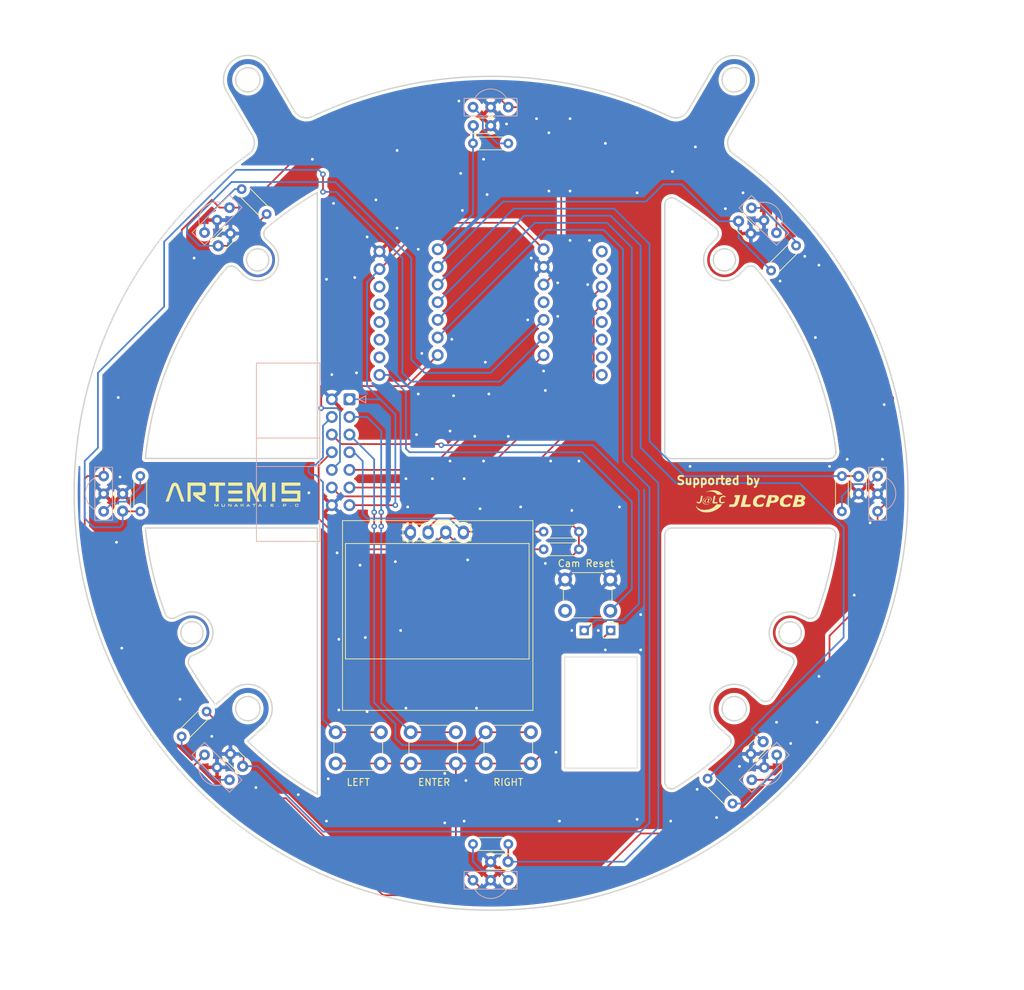
<source format=kicad_pcb>
(kicad_pcb (version 20211014) (generator pcbnew)
  (layers (0 "F.Cu" signal) (31 "B.Cu" signal) (34 "B.Paste" user) (35 "F.Paste" user) (36 "B.SilkS" user "B.Silkscreen") (37 "F.SilkS" user "F.Silkscreen") (38 "B.Mask" user) (39 "F.Mask" user) (44 "Edge.Cuts" user))
  (net 0 "")
  (net 1 "SDA")
  (net 2 "SCL")
  (net 3 "GND")
  (net 4 "+3.3V")
  (net 5 "IR1")
  (net 6 "IR2")
  (net 7 "IR3")
  (net 8 "IR4")
  (net 9 "IR5")
  (net 10 "IR6")
  (net 11 "IR7")
  (net 12 "IR8")
  (net 13 "+5V")
  (net 14 "Push_Enter")
  (net 15 "Push_Left")
  (net 16 "Push_Right")
  (net 17 "Toggle_Switch")
  (net 18 "Seeed_Rx")
  (net 19 "Seeed_Tx")
  (net 20 "OpenMV_Rx")
  (net 21 "OpenMV_Tx")
  (net 22 "Net-(R1-Pad1)")
  (net 23 "Net-(R2-Pad1)")
  (net 24 "Net-(R3-Pad1)")
  (net 25 "Net-(R4-Pad1)")
  (net 26 "Net-(R5-Pad1)")
  (net 27 "Net-(R6-Pad1)")
  (net 28 "Net-(R7-Pad1)")
  (net 29 "Net-(R8-Pad1)")
  (net 30 "Net-(SW5-Pad1)")
  (footprint "Button_Switch_THT:SW_PUSH_6mm_H5mm" (layer "F.Cu") (at 140.895 136.815)
    (fp_text reference "SW1" hide)
    (fp_text value "SW_Push" hide)
  )
  (footprint "Connector_PinSocket_2.00mm:PinSocket_1x01_P2.00mm_Vertical" (layer "F.Cu") (at 165.862 122.174)
    (fp_text reference "REF**" hide)
    (fp_text value "PinSocket_1x01_P2.00mm_Vertical" hide)
  )
  (footprint "Resistor_THT:R_Axial_DIN0204_L3.6mm_D1.6mm_P5.08mm_Horizontal" (layer "F.Cu") (at 202.952545 105.03 90)
    (fp_text reference "R3" hide)
    (fp_text value "100k" hide)
  )
  (footprint "Capacitor_THT:C_Disc_D3.0mm_W2.0mm_P2.50mm" (layer "F.Cu") (at 189.848375 65.041625 135)
    (fp_text reference "C2" hide)
    (fp_text value "C_Small" hide)
  )
  (footprint "Resistor_THT:R_Axial_DIN0204_L3.6mm_D1.6mm_P5.08mm_Horizontal" (layer "F.Cu") (at 187.216051 147.084051 135)
    (fp_text reference "R4" hide)
    (fp_text value "100k" hide)
  )
  (footprint "Button_Switch_THT:SW_PUSH_6mm_H5mm" (layer "F.Cu") (at 169.62 119.344 180)
    (fp_text reference "SW5" hide)
    (fp_text value "SW_Push" hide)
  )
  (footprint "Capacitor_THT:C_Disc_D3.0mm_W2.0mm_P2.50mm" (layer "F.Cu") (at 114.951625 139.938375 -45)
    (fp_text reference "C6" hide)
    (fp_text value "C_Small" hide)
  )
  (footprint "Resistor_THT:R_Axial_DIN0204_L3.6mm_D1.6mm_P5.08mm_Horizontal" (layer "F.Cu") (at 101.98 99.95 -90)
    (fp_text reference "R7" hide)
    (fp_text value "100k" hide)
  )
  (footprint "Button_Switch_THT:SW_PUSH_6mm_H5mm" (layer "F.Cu") (at 130.1 136.815)
    (fp_text reference "SW2" hide)
    (fp_text value "SW_Push" hide)
  )
  (footprint "_Others:JLCPCB" (layer "F.Cu") (at 189.738 103.632)
    (fp_text reference "G***" hide)
    (fp_text value "LOGO" hide)
  )
  (footprint "Artemis_Logo:Artemis_Logo" (layer "F.Cu") (at 113.960319 102.137975)
    (fp_text reference "G***" hide)
    (fp_text value "LOGO" hide)
  )
  (footprint "Capacitor_THT:C_Disc_D3.0mm_W2.0mm_P2.50mm" (layer "F.Cu") (at 114.951625 65.041625 -135)
    (fp_text reference "C8" hide)
    (fp_text value "C_Small" hide)
  )
  (footprint "Capacitor_THT:C_Disc_D3.0mm_W2.0mm_P2.50mm" (layer "F.Cu") (at 99.44 102.49 -90)
    (fp_text reference "C7" hide)
    (fp_text value "C_Small" hide)
  )
  (footprint "Capacitor_THT:C_Disc_D3.0mm_W2.0mm_P2.50mm" (layer "F.Cu") (at 189.848375 139.938375 45)
    (fp_text reference "C4" hide)
    (fp_text value "C_Small" hide)
  )
  (footprint "Capacitor_THT:C_Disc_D3.0mm_W2.0mm_P2.50mm" (layer "F.Cu") (at 152.4 49.53 180)
    (fp_text reference "C1" hide)
    (fp_text value "C_Small" hide)
  )
  (footprint "Connector_PinSocket_2.00mm:PinSocket_1x01_P2.00mm_Vertical" (layer "F.Cu") (at 169.672 122.174)
    (fp_text reference "REF**" hide)
    (fp_text value "PinSocket_1x01_P2.00mm_Vertical" hide)
  )
  (footprint "Seeeduino_Xiao:seeeduinoXIAO" (layer "F.Cu") (at 152.4 74.93 180)
    (fp_text reference "U9" hide)
    (fp_text value "SeeeduinoXIAO" hide)
  )
  (footprint "Resistor_THT:R_Axial_DIN0204_L3.6mm_D1.6mm_P5.08mm_Horizontal" (layer "F.Cu") (at 116.567949 58.655949 -45)
    (fp_text reference "R8" hide)
    (fp_text value "100k" hide)
  )
  (footprint "Resistor_THT:R_Axial_DIN0204_L3.6mm_D1.6mm_P5.08mm_Horizontal" (layer "F.Cu") (at 160.02 107.95)
    (fp_text reference "R10" hide)
    (fp_text value "10k" hide)
  )
  (footprint "Resistor_THT:R_Axial_DIN0204_L3.6mm_D1.6mm_P5.08mm_Horizontal" (layer "F.Cu") (at 107.931949 137.432051 45)
    (fp_text reference "R6" hide)
    (fp_text value "100k" hide)
  )
  (footprint "Resistor_THT:R_Axial_DIN0204_L3.6mm_D1.6mm_P5.08mm_Horizontal" (layer "F.Cu") (at 149.86 152.91)
    (fp_text reference "R5" hide)
    (fp_text value "100k" hide)
  )
  (footprint "Capacitor_THT:C_Disc_D3.0mm_W2.0mm_P2.50mm" (layer "F.Cu") (at 152.4 155.45)
    (fp_text reference "C5" hide)
    (fp_text value "C_Small" hide)
  )
  (footprint "Button_Switch_THT:SW_PUSH_6mm_H5mm" (layer "F.Cu") (at 151.69 136.815)
    (fp_text reference "SW3" hide)
    (fp_text value "SW_Push" hide)
  )
  (footprint "Resistor_THT:R_Axial_DIN0204_L3.6mm_D1.6mm_P5.08mm_Horizontal" (layer "F.Cu") (at 196.360051 66.783949 -135)
    (fp_text reference "R2" hide)
    (fp_text value "100k" hide)
  )
  (footprint "Resistor_THT:R_Axial_DIN0204_L3.6mm_D1.6mm_P5.08mm_Horizontal" (layer "F.Cu") (at 154.94 52.07 180)
    (fp_text reference "R1" hide)
    (fp_text value "100k" hide)
  )
  (footprint "SSD1306:128x64OLED" (layer "F.Cu") (at 144.48 118.665)
    (fp_text reference "Brd1" hide)
    (fp_text value "SSD1306" hide)
  )
  (footprint "Capacitor_THT:C_Disc_D3.0mm_W2.0mm_P2.50mm" (layer "F.Cu") (at 205.36 102.49 90)
    (fp_text reference "C3" hide)
    (fp_text value "C_Small" hide)
  )
  (footprint "Resistor_THT:R_Axial_DIN0204_L3.6mm_D1.6mm_P5.08mm_Horizontal" (layer "F.Cu") (at 160.02 110.49)
    (fp_text reference "R9" hide)
    (fp_text value "10k" hide)
  )
  (footprint "TSSP58038:TSSP58038" (layer "B.Cu") (at 152.4 51.937455)
    (fp_text reference "U1" hide)
    (fp_text value "TSSP58038" hide)
  )
  (footprint "TSSP58038:TSSP58038" (layer "B.Cu") (at 116.613326 66.703326 45)
    (fp_text reference "U8" hide)
    (fp_text value "TSSP58038" hide)
  )
  (footprint "OpenMV:OpenMV" (layer "B.Cu") (at 152.4 110.42)
    (fp_text reference "U10" hide)
    (fp_text value "open_mv" hide)
  )
  (footprint "TSSP58038:TSSP58038" (layer "B.Cu") (at 203.01 102.49 -90)
    (fp_text reference "U3" hide)
    (fp_text value "TSSP58038" hide)
  )
  (footprint "Connector_IDC:IDC-Header_2x07_P2.54mm_Horizontal" (layer "B.Cu") (at 132.08 88.9 180)
    (fp_text reference "J1" hide)
    (fp_text value "Conn_01x14_Female" hide)
  )
  (footprint "TSSP58038:TSSP58038" (layer "B.Cu") (at 188.186674 138.276674 -135)
    (fp_text reference "U4" hide)
    (fp_text value "TSSP58038" hide)
  )
  (footprint "TSSP58038:TSSP58038" (layer "B.Cu") (at 101.79 102.49 90)
    (fp_text reference "U7" hide)
    (fp_text value "TSSP58038" hide)
  )
  (footprint "TSSP58038:TSSP58038" (layer "B.Cu") (at 116.613326 138.276674 135)
    (fp_text reference "U6" hide)
    (fp_text value "TSSP58038" hide)
  )
  (footprint "TSSP58038:TSSP58038" (layer "B.Cu") (at 188.146047 66.743953 -45)
    (fp_text reference "U2" hide)
    (fp_text value "TSSP58038" hide)
  )
  (footprint "TSSP58038:TSSP58038" (layer "B.Cu") (at 152.4 153.042545 180)
    (fp_text reference "U5" hide)
    (fp_text value "TSSP58038" hide)
  )
  (gr_arc (start 187.348559 53.608064) (mid 152.459572 162.421572) (end 117.570585 53.608064) (layer "Edge.Cuts") (width 0.2))
  (gr_arc (start 126.746014 48.210753) (mid 152.459572 42.421572) (end 178.17313 48.210753) (layer "Edge.Cuts") (width 0.2))
  (gr_arc (start 195.898748 127.181176) (mid 194.406189 129.63336) (end 192.775357 131.995842) (layer "Edge.Cuts") (width 0.2))
  (gr_line (start 177.459572 143.954691) (end 177.459572 108.421572) (layer "Edge.Cuts") (width 0.2))
  (gr_arc (start 177.459572 108.421572) (mid 177.752466 107.714466) (end 178.459572 107.421572) (layer "Edge.Cuts") (width 0.2))
  (gr_arc (start 202.083312 108.544021) (mid 201.042083 114.242725) (end 199.348693 119.782745) (layer "Edge.Cuts") (width 0.2))
  (gr_arc (start 115.138949 130.801513) (mid 120.079631 131.100949) (end 119.780195 136.041631) (layer "Edge.Cuts") (width 0.2))
  (gr_arc (start 192.775357 131.995842) (mid 192.075355 132.39869) (end 191.306006 132.152945) (layer "Edge.Cuts") (width 0.2))
  (gr_arc (start 178.990185 144.802306) (mid 177.975121 144.829509) (end 177.459572 143.954691) (layer "Edge.Cuts") (width 0.2))
  (gr_arc (start 178.459572 97.446386) (mid 177.752466 97.153492) (end 177.459572 96.446386) (layer "Edge.Cuts") (width 0.2))
  (gr_line (start 186.787657 50.966907) (end 190.476342 44.696142) (layer "Edge.Cuts") (width 0.2))
  (gr_line (start 127.459572 97.421572) (end 127.459572 59.120302) (layer "Edge.Cuts") (width 0.2))
  (gr_rect (start 163.068 125.984) (end 173.482 141.986) (layer "Edge.Cuts") (width 0.1) (fill none))
  (gr_line (start 120.048299 65.767658) (end 120.99332 66.71268) (layer "Edge.Cuts") (width 0.2))
  (gr_line (start 177.459572 60.888453) (end 177.459572 96.446386) (layer "Edge.Cuts") (width 0.2))
  (gr_arc (start 184.442803 41.147001) (mid 189.234144 39.904801) (end 190.476342 44.696142) (layer "Edge.Cuts") (width 0.2))
  (gr_arc (start 114.336082 70.070382) (mid 115.057707 69.718214) (end 115.805658 70.010299) (layer "Edge.Cuts") (width 0.2))
  (gr_line (start 197.988292 120.341829) (end 196.777047 119.777016) (layer "Edge.Cuts") (width 0.2))
  (gr_arc (start 120.99332 66.71268) (mid 120.99332 70.95532) (end 116.75068 70.95532) (layer "Edge.Cuts") (width 0.2))
  (gr_circle (center 109.409952 122.495939) (end 107.809952 122.495939) (layer "Edge.Cuts") (width 0.2) (fill none))
  (gr_circle (center 117.459571 42.921571) (end 115.709571 42.921571) (layer "Edge.Cuts") (width 0.2) (fill none))
  (gr_arc (start 184.810762 64.298082) (mid 185.162903 65.019701) (end 184.870845 65.767658) (layer "Edge.Cuts") (width 0.2))
  (gr_arc (start 195.452583 125.779676) (mid 195.982844 126.382636) (end 195.898748 127.181176) (layer "Edge.Cuts") (width 0.2))
  (gr_line (start 185.138949 136.041631) (end 186.664759 137.393063) (layer "Edge.Cuts") (width 0.2))
  (gr_arc (start 194.241337 125.214863) (mid 192.79027 121.228085) (end 196.777047 119.777016) (layer "Edge.Cuts") (width 0.2))
  (gr_circle (center 187.459573 42.921571) (end 185.709573 42.921571) (layer "Edge.Cuts") (width 0.2) (fill none))
  (gr_arc (start 127.459572 145.722842) (mid 122.210768 142.233754) (end 117.442601 138.112071) (layer "Edge.Cuts") (width 0.2))
  (gr_arc (start 180.754117 47.417766) (mid 179.617633 48.315525) (end 178.17313 48.210753) (layer "Edge.Cuts") (width 0.2))
  (gr_line (start 114.442802 44.696142) (end 118.131487 50.966907) (layer "Edge.Cuts") (width 0.2))
  (gr_arc (start 114.442802 44.696142) (mid 115.685001 39.904802) (end 120.476341 41.147001) (layer "Edge.Cuts") (width 0.2))
  (gr_line (start 116.75068 70.95532) (end 115.805658 70.010299) (layer "Edge.Cuts") (width 0.2))
  (gr_line (start 178.459572 107.421572) (end 201.090838 107.421572) (layer "Edge.Cuts") (width 0.2))
  (gr_circle (center 118.872 68.834) (end 117.272 68.834) (layer "Edge.Cuts") (width 0.2) (fill none))
  (gr_arc (start 189.113486 70.010299) (mid 189.861443 69.718241) (end 190.583062 70.070382) (layer "Edge.Cuts") (width 0.2))
  (gr_arc (start 199.348693 119.782745) (mid 198.791032 120.360458) (end 197.988292 120.341829) (layer "Edge.Cuts") (width 0.2))
  (gr_line (start 109.466561 125.779676) (end 110.677807 125.214863) (layer "Edge.Cuts") (width 0.2))
  (gr_arc (start 186.664759 137.393063) (mid 187.001618 138.127102) (end 186.686258 138.870632) (layer "Edge.Cuts") (width 0.2))
  (gr_arc (start 118.131487 50.966907) (mid 118.363998 52.396432) (end 117.570585 53.608064) (layer "Edge.Cuts") (width 0.2))
  (gr_line (start 124.165027 47.417766) (end 120.476341 41.147001) (layer "Edge.Cuts") (width 0.2))
  (gr_circle (center 187.459573 133.421572) (end 185.709573 133.421572) (layer "Edge.Cuts") (width 0.2) (fill none))
  (gr_line (start 191.306006 132.152945) (end 189.780196 130.801513) (layer "Edge.Cuts") (width 0.2))
  (gr_arc (start 112.801354 132.871954) (mid 110.813558 130.091222) (end 109.020396 127.181176) (layer "Edge.Cuts") (width 0.2))
  (gr_arc (start 178.990185 60.040838) (mid 181.977323 62.064389) (end 184.810762 64.298082) (layer "Edge.Cuts") (width 0.2))
  (gr_arc (start 120.048299 65.767658) (mid 119.756246 65.019708) (end 120.108382 64.298082) (layer "Edge.Cuts") (width 0.2))
  (gr_line (start 127.459572 107.421572) (end 127.459572 145.722842) (layer "Edge.Cuts") (width 0.2))
  (gr_arc (start 188.168464 70.95532) (mid 183.925824 70.95532) (end 183.925824 66.71268) (layer "Edge.Cuts") (width 0.2))
  (gr_circle (center 117.459572 133.421572) (end 115.709572 133.421572) (layer "Edge.Cuts") (width 0.2) (fill none))
  (gr_line (start 115.138949 130.801513) (end 112.801354 132.871954) (layer "Edge.Cuts") (width 0.2))
  (gr_circle (center 195.509192 122.495939) (end 193.909192 122.495939) (layer "Edge.Cuts") (width 0.2) (fill none))
  (gr_arc (start 102.7102 97.421572) (mid 106.444011 82.862223) (end 114.336082 70.070382) (layer "Edge.Cuts") (width 0.2))
  (gr_line (start 189.113486 70.010299) (end 188.168464 70.95532) (layer "Edge.Cuts") (width 0.2))
  (gr_line (start 194.241337 125.214863) (end 195.452583 125.779676) (layer "Edge.Cuts") (width 0.2))
  (gr_arc (start 105.570451 119.782745) (mid 103.746645 113.693252) (end 102.7102 107.421572) (layer "Edge.Cuts") (width 0.2))
  (gr_line (start 102.7102 97.421572) (end 127.459572 97.421572) (layer "Edge.Cuts") (width 0.2))
  (gr_arc (start 120.108382 64.298082) (mid 123.667349 61.543609) (end 127.459572 59.120302) (layer "Edge.Cuts") (width 0.2))
  (gr_arc (start 185.138949 136.041631) (mid 184.839514 131.100948) (end 189.780196 130.801513) (layer "Edge.Cuts") (width 0.2))
  (gr_line (start 184.442803 41.147001) (end 180.754117 47.417766) (layer "Edge.Cuts") (width 0.2))
  (gr_line (start 102.7102 107.421572) (end 127.459572 107.421572) (layer "Edge.Cuts") (width 0.2))
  (gr_arc (start 202.08643 96.324443) (mid 201.842873 97.108978) (end 201.093893 97.446386) (layer "Edge.Cuts") (width 0.2))
  (gr_arc (start 186.686258 138.870632) (mid 182.982654 142.023863) (end 178.990185 144.802306) (layer "Edge.Cuts") (width 0.2))
  (gr_line (start 117.442601 138.112071) (end 119.780195 136.041631) (layer "Edge.Cuts") (width 0.2))
  (gr_arc (start 187.348559 53.608064) (mid 186.555156 52.396421) (end 186.787657 50.966907) (layer "Edge.Cuts") (width 0.2))
  (gr_arc (start 190.583062 70.070382) (mid 198.256404 82.355427) (end 202.08643 96.324443) (layer "Edge.Cuts") (width 0.2))
  (gr_arc (start 106.930852 120.341829) (mid 106.128129 120.360431) (end 105.570451 119.782745) (layer "Edge.Cuts") (width 0.2))
  (gr_arc (start 126.746014 48.210753) (mid 125.301509 48.315527) (end 124.165027 47.417766) (layer "Edge.Cuts") (width 0.2))
  (gr_arc (start 177.459572 60.888453) (mid 177.97512 60.013634) (end 178.990185 60.040838) (layer "Edge.Cuts") (width 0.2))
  (gr_arc (start 109.020396 127.181176) (mid 108.936291 126.38263) (end 109.466561 125.779676) (layer "Edge.Cuts") (width 0.2))
  (gr_arc (start 108.142097 119.777016) (mid 112.128878 121.228086) (end 110.677807 125.214863) (layer "Edge.Cuts") (width 0.2))
  (gr_arc (start 201.090838 107.421572) (mid 201.839987 107.759171) (end 202.083312 108.544021) (layer "Edge.Cuts") (width 0.2))
  (gr_line (start 108.142097 119.777016) (end 106.930852 120.341829) (layer "Edge.Cuts") (width 0.2))
  (gr_circle (center 186.047144 68.834) (end 184.447144 68.834) (layer "Edge.Cuts") (width 0.2) (fill none))
  (gr_line (start 178.459572 97.446386) (end 201.093893 97.446386) (layer "Edge.Cuts") (width 0.2))
  (gr_line (start 183.925824 66.71268) (end 184.870845 65.767658) (layer "Edge.Cuts") (width 0.2))
  (gr_text "Cam Reset" (at 166.116 112.522) (layer "F.SilkS") (effects (font (size 1 1))))
  (gr_text "RIGHT" (at 154.94 144.018) (layer "F.SilkS") (effects (font (size 1 1))))
  (gr_text "LEFT" (at 133.35 144.018) (layer "F.SilkS") (effects (font (size 1 1))))
  (gr_text "ENTER" (at 144.272 144.018) (layer "F.SilkS") (effects (font (size 1 1))))
  (gr_text "Supported by" (at 185.166 100.584) (layer "F.SilkS") (effects (font (size 1.2 1.2) (thickness 0.26))))
  (segment (start 148.595 107.95) (end 148.48 108.065) (width 0.25) (layer "F.Cu") (net 1))
  (segment (start 160.02 107.95) (end 148.595 107.95) (width 0.25) (layer "F.Cu") (net 1))
  (segment (start 132.715 96.52) (end 132.08 96.52) (width 0.25) (layer "B.Cu") (net 1))
  (segment (start 133.985 97.79) (end 132.715 96.52) (width 0.25) (layer "B.Cu") (net 1))
  (segment (start 146.46 106.045) (end 134.62 106.045) (width 0.25) (layer "B.Cu") (net 1))
  (segment (start 148.48 108.065) (end 146.46 106.045) (width 0.25) (layer "B.Cu") (net 1))
  (segment (start 134.62 106.045) (end 133.985 105.41) (width 0.25) (layer "B.Cu") (net 1))
  (segment (start 133.985 105.41) (end 133.985 97.79) (width 0.25) (layer "B.Cu") (net 1))
  (segment (start 127.635 98.425) (end 129.54 96.52) (width 0.25) (layer "F.Cu") (net 2))
  (segment (start 127.635 106.045) (end 127.635 98.425) (width 0.25) (layer "F.Cu") (net 2))
  (segment (start 160.02 110.49) (end 148.365 110.49) (width 0.25) (layer "F.Cu") (net 2))
  (segment (start 145.94 108.065) (end 143.515 110.49) (width 0.25) (layer "F.Cu") (net 2))
  (segment (start 148.365 110.49) (end 145.94 108.065) (width 0.25) (layer "F.Cu") (net 2))
  (segment (start 132.08 110.49) (end 127.635 106.045) (width 0.25) (layer "F.Cu") (net 2))
  (segment (start 143.515 110.49) (end 132.08 110.49) (width 0.25) (layer "F.Cu") (net 2))
  (via (at 167.894 122.174) (size 0.8) (drill 0.4) (layers "F.Cu" "B.Cu") (net 3))
  (via (at 157.734 77.47) (size 0.8) (drill 0.4) (layers "F.Cu" "B.Cu") (net 3))
  (via (at 158.242 68.58) (size 0.8) (drill 0.4) (layers "F.Cu" "B.Cu") (net 3))
  (via (at 138.938 53.086) (size 0.8) (drill 0.4) (layers "F.Cu" "B.Cu") (net 3))
  (via (at 130.556 123.444) (size 0.8) (drill 0.4) (layers "F.Cu" "B.Cu") (net 3))
  (via (at 140.208 133.35) (size 0.8) (drill 0.4) (layers "F.Cu" "B.Cu") (net 3))
  (via (at 173.482 59.182) (size 0.8) (drill 0.4) (layers "F.Cu" "B.Cu") (net 3))
  (via (at 163.83 66.04) (size 0.8) (drill 0.4) (layers "F.Cu" "B.Cu") (net 3))
  (via (at 168.91 52.07) (size 0.8) (drill 0.4) (layers "F.Cu" "B.Cu") (net 3))
  (via (at 98.806 88.646) (size 0.8) (drill 0.4) (layers "F.Cu" "B.Cu") (net 3))
  (via (at 178.562 56.134) (size 0.8) (drill 0.4) (layers "F.Cu" "B.Cu") (net 3))
  (via (at 186.182 61.468) (size 0.8) (drill 0.4) (layers "F.Cu" "B.Cu") (net 3))
  (via (at 146.558 93.472) (size 0.8) (drill 0.4) (layers "F.Cu" "B.Cu") (net 3))
  (via (at 160.782 50.546) (size 0.8) (drill 0.4) (layers "F.Cu" "B.Cu") (net 3))
  (via (at 199.644 128.778) (size 0.8) (drill 0.4) (layers "F.Cu" "B.Cu") (net 3))
  (via (at 201.168 98.552) (size 0.8) (drill 0.4) (layers "F.Cu" "B.Cu") (net 3))
  (via (at 170.942 104.394) (size 0.8) (drill 0.4) (layers "F.Cu" "B.Cu") (net 3))
  (via (at 160.02 84.836) (size 0.8) (drill 0.4) (layers "F.Cu" "B.Cu") (net 3))
  (via (at 146.812 80.264) (size 0.8) (drill 0.4) (layers "F.Cu" "B.Cu") (net 3))
  (via (at 152.146 88.138) (size 0.8) (drill 0.4) (layers "F.Cu" "B.Cu") (net 3))
  (via (at 173.99 119.888) (size 0.8) (drill 0.4) (layers "F.Cu" "B.Cu") (net 3))
  (via (at 188.214 141.732) (size 0.8) (drill 0.4) (layers "F.Cu" "B.Cu") (net 3))
  (via (at 129.032 143.51) (size 0.8) (drill 0.4) (layers "F.Cu" "B.Cu") (net 3))
  (via (at 161.036 97.79) (size 0.8) (drill 0.4) (layers "F.Cu" "B.Cu") (net 3))
  (via (at 150.876 104.648) (size 0.8) (drill 0.4) (layers "F.Cu" "B.Cu") (net 3))
  (via (at 173.482 149.352) (size 0.8) (drill 0.4) (layers "F.Cu" "B.Cu") (net 3))
  (via (at 203.708 97.536) (size 0.8) (drill 0.4) (layers "F.Cu" "B.Cu") (net 3))
  (via (at 208.788 97.536) (size 0.8) (drill 0.4) (layers "F.Cu" "B.Cu") (net 3))
  (via (at 164.084 122.174) (size 0.8) (drill 0.4) (layers "F.Cu" "B.Cu") (net 3))
  (via (at 133.604 112.776) (size 0.8) (drill 0.4) (layers "F.Cu" "B.Cu") (net 3))
  (via (at 204.724 117.094) (size 0.8) (drill 0.4) (layers "F.Cu" "B.Cu") (net 3))
  (via (at 160.274 112.522) (size 0.8) (drill 0.4) (layers "F.Cu" "B.Cu") (net 3))
  (via (at 166.624 66.04) (size 0.8) (drill 0.4) (layers "F.Cu" "B.Cu") (net 3))
  (via (at 130.302 110.998) (size 0.8) (drill 0.4) (layers "F.Cu" "B.Cu") (net 3))
  (via (at 147.828 45.974) (size 0.8) (drill 0.4) (layers "F.Cu" "B.Cu") (net 3))
  (via (at 160.782 58.928) (size 0.8) (drill 0.4) (layers "F.Cu" "B.Cu") (net 3))
  (via (at 154.686 49.276) (size 0.8) (drill 0.4) (layers "F.Cu" "B.Cu") (net 3))
  (via (at 138.938 64.262) (size 0.8) (drill 0.4) (layers "F.Cu" "B.Cu") (net 3))
  (via (at 147.066 88.392) (size 0.8) (drill 0.4) (layers "F.Cu" "B.Cu") (net 3))
  (via (at 138.684 112.268) (size 0.8) (drill 0.4) (layers "F.Cu" "B.Cu") (net 3))
  (via (at 163.83 58.928) (size 0.8) (drill 0.4) (layers "F.Cu" "B.Cu") (net 3))
  (via (at 99.314 124.714) (size 0.8) (drill 0.4) (layers "F.Cu" "B.Cu") (net 3))
  (via (at 207.01 106.68) (size 0.8) (drill 0.4) (layers "F.Cu" "B.Cu") (net 3))
  (via (at 161.798 139.7) (size 0.8) (drill 0.4) (layers "F.Cu" "B.Cu") (net 3))
  (via (at 159.004 48.514) (size 0.8) (drill 0.4) (layers "F.Cu" "B.Cu") (net 3))
  (via (at 182.118 145.034) (size 0.8) (drill 0.4) (layers "F.Cu" "B.Cu") (net 3))
  (via (at 112.268 137.414) (size 0.8) (drill 0.4) (layers "F.Cu" "B.Cu") (net 3))
  (via (at 164.084 104.902) (size 0.8) (drill 0.4) (layers "F.Cu" "B.Cu") (net 3))
  (via (at 149.098 112.014) (size 0.8) (drill 0.4) (layers "F.Cu" "B.Cu") (net 3))
  (via (at 162.052 72.136) (size 0.8) (drill 0.4) (layers "F.Cu" "B.Cu") (net 3))
  (via (at 199.39 135.382) (size 0.8) (drill 0.4) (layers "F.Cu" "B.Cu") (net 3))
  (via (at 188.722 59.182) (size 0.8) (drill 0.4) (layers "F.Cu" "B.Cu") (net 3))
  (via (at 150.114 94.234) (size 0.8) (drill 0.4) (layers "F.Cu" "B.Cu") (net 3))
  (via (at 130.556 133.604) (size 0.8) (drill 0.4) (layers "F.Cu" "B.Cu") (net 3))
  (via (at 141.986 67.31) (size 0.8) (drill 0.4) (layers "F.Cu" "B.Cu") (net 3))
  (via (at 134.366 123.19) (size 0.8) (drill 0.4) (layers "F.Cu" "B.Cu") (net 3))
  (via (at 194.056 71.882) (size 0.8) (drill 0.4) (layers "F.Cu" "B.Cu") (net 3))
  (via (at 148.082 56.388) (size 0.8) (drill 0.4) (layers "F.Cu" "B.Cu") (net 3))
  (via (at 142.494 82.296) (size 0.8) (drill 0.4) (layers "F.Cu" "B.Cu") (net 3))
  (via (at 126.746 54.356) (size 0.8) (drill 0.4) (layers "F.Cu" "B.Cu") (net 3))
  (via (at 150.368 133.35) (size 0.8) (drill 0.4) (layers "F.Cu" "B.Cu") (net 3))
  (via (at 160.274 87.63) (size 0.8) (drill 0.4) (layers "F.Cu" "B.Cu") (net 3))
  (via (at 162.306 149.606) (size 0.8) (drill 0.4) (layers "F.Cu" "B.Cu") (net 3))
  (via (at 168.91 124.968) (size 0.8) (drill 0.4) (layers "F.Cu" "B.Cu") (net 3))
  (via (at 145.796 142.748) (size 0.8) (drill 0.4) (layers "F.Cu" "B.Cu") (net 3))
  (via (at 140.462 104.394) (size 0.8) (drill 0.4) (layers "F.Cu" "B.Cu") (net 3))
  (via (at 126.238 102.362) (size 0.8) (drill 0.4) (layers "F.Cu" "B.Cu") (net 3))
  (via (at 151.638 83.566) (size 0.8) (drill 0.4) (layers "F.Cu" "B.Cu") (net 3))
  (via (at 139.446 122.174) (size 0.8) (drill 0.4) (layers "F.Cu" "B.Cu") (net 3))
  (via (at 144.018 100.33) (size 0.8) (drill 0.4) (layers "F.Cu" "B.Cu") (net 3))
  (via (at 134.62 65.532) (size 0.8) (drill 0.4) (layers "F.Cu" "B.Cu") (net 3))
  (via (at 133.096 85.09) (size 0.8) (drill 0.4) (layers "F.Cu" "B.Cu") (net 3))
  (via (at 193.548 135.382) (size 0.8) (drill 0.4) (layers "F.Cu" "B.Cu") (net 3))
  (via (at 141.986 88.138) (size 0.8) (drill 0.4) (layers "F.Cu" "B.Cu") (net 3))
  (via (at 129.794 60.706) (size 0.8) (drill 0.4) (layers "F.Cu" "B.Cu") (net 3))
  (via (at 135.89 60.198) (size 0.8) (drill 0.4) (layers "F.Cu" "B.Cu") (net 3))
  (via (at 129.54 85.344) (size 0.8) (drill 0.4) (layers "F.Cu" "B.Cu") (net 3))
  (via (at 99.06 100.076) (size 0.8) (drill 0.4) (layers "F.Cu" "B.Cu") (net 3))
  (via (at 134.62 133.858) (size 0.8) (drill 0.4) (layers "F.Cu" "B.Cu") (net 3))
  (via (at 148.336 61.722) (size 0.8) (drill 0.4) (layers "F.Cu" "B.Cu") (net 3))
  (via (at 128.778 71.628) (size 0.8) (drill 0.4) (layers "F.Cu" "B.Cu") (net 3))
  (via (at 140.208 100.33) (size 0.8) (drill 0.4) (layers "F.Cu" "B.Cu") (net 3))
  (via (at 178.308 149.606) (size 0.8) (drill 0.4) (layers "F.Cu" "B.Cu") (net 3))
  (via (at 165.1 97.79) (size 0.8) (drill 0.4) (layers "F.Cu" "B.Cu") (net 3))
  (via (at 118.618 144.78) (size 0.8) (drill 0.4) (layers "F.Cu" "B.Cu") (net 3))
  (via (at 98.552 109.474) (size 0.8) (drill 0.4) (layers "F.Cu" "B.Cu") (net 3))
  (via (at 181.102 98.552) (size 0.8) (drill 0.4) (layers "F.Cu" "B.Cu") (net 3))
  (via (at 163.83 48.514) (size 0.8) (drill 0.4) (layers "F.Cu" "B.Cu") (net 3))
  (via (at 107.696 132.08) (size 0.8) (drill 0.4) (layers "F.Cu" "B.Cu") (net 3))
  (via (at 151.892 59.436) (size 0.8) (drill 0.4) (layers "F.Cu" "B.Cu") (net 3))
  (via (at 199.644 69.596) (size 0.8) (drill 0.4) (layers "F.Cu" "B.Cu") (net 3))
  (via (at 145.796 149.86) (size 0.8) (drill 0.4) (layers "F.Cu" "B.Cu") (net 3))
  (via (at 146.558 97.79) (size 0.8) (drill 0.4) (layers "F.Cu" "B.Cu") (net 3))
  (via (at 148.59 149.606) (size 0.8) (drill 0.4) (layers "F.Cu" "B.Cu") (net 3))
  (via (at 109.728 68.58) (size 0.8) (drill 0.4) (layers "F.Cu" "B.Cu") (net 3))
  (via (at 132.842 71.374) (size 0.8) (drill 0.4) (layers "F.Cu" "B.Cu") (net 3))
  (via (at 209.042 89.662) (size 0.8) (drill 0.4) (layers "F.Cu" "B.Cu") (net 3))
  (via (at 148.844 143.764) (size 0.8) (drill 0.4) (layers "F.Cu" "B.Cu") (net 3))
  (via (at 151.384 97.79) (size 0.8) (drill 0.4) (layers "F.Cu" "B.Cu") (net 3))
  (via (at 148.59 100.33) (size 0.8) (drill 0.4) (layers "F.Cu" "B.Cu") (net 3))
  (via (at 128.778 149.606) (size 0.8) (drill 0.4) (layers "F.Cu" "B.Cu") (net 3))
  (via (at 162.052 76.962) (size 0.8) (drill 0.4) (layers "F.Cu" "B.Cu") (net 3))
  (via (at 173.99 124.968) (size 0.8) (drill 0.4) (layers "F.Cu" "B.Cu") (net 3))
  (via (at 199.136 80.01) (size 0.8) (drill 0.4) (layers "F.Cu" "B.Cu") (net 3))
  (via (at 151.384 54.356) (size 0.8) (drill 0.4) (layers "F.Cu" "B.Cu") (net 3))
  (via (at 195.58 138.43) (size 0.8) (drill 0.4) (layers "F.Cu" "B.Cu") (net 3))
  (via (at 197.612 68.326) (size 0.8) (drill 0.4) (layers "F.Cu" "B.Cu") (net 3))
  (via (at 124.714 145.796) (size 0.8) (drill 0.4) (layers "F.Cu" "B.Cu") (net 3))
  (via (at 184.912 149.098) (size 0.8) (drill 0.4) (layers "F.Cu" "B.Cu") (net 3))
  (via (at 141.732 93.98) (size 0.8) (drill 0.4) (layers "F.Cu" "B.Cu") (net 3))
  (via (at 154.94 94.234) (size 0.8) (drill 0.4) (layers "F.Cu" "B.Cu") (net 3))
  (via (at 156.718 104.394) (size 0.8) (drill 0.4) (layers "F.Cu" "B.Cu") (net 3))
  (via (at 166.37 72.39) (size 0.8) (drill 0.4) (layers "F.Cu" "B.Cu") (net 3))
  (via (at 181.864 52.578) (size 0.8) (drill 0.4) (layers "F.Cu" "B.Cu") (net 3))
  (segment (start 210.312 88.646) (end 210.312 102.808) (width 0.25) (layer "F.Cu") (net 4))
  (segment (start 162.56 69.85) (end 160.02 72.39) (width 0.25) (layer "F.Cu") (net 4))
  (segment (start 93.98 100.33) (end 94.36 99.95) (width 0.25) (layer "F.Cu") (net 4))
  (segment (start 193.647172 143.664828) (end 189.982725 143.664828) (width 0.25) (layer "F.Cu") (net 4))
  (segment (start 105.41 137.922) (end 105.41 133.096) (width 0.25) (layer "F.Cu") (net 4))
  (segment (start 149.86 158.122545) (end 148.835 157.097545) (width 0.25) (layer "F.Cu") (net 4))
  (segment (start 165.1 107.95) (end 163.195 106.045) (width 0.25) (layer "F.Cu") (net 4))
  (segment (start 193.534201 61.454201) (end 193.534201 61.708201) (width 0.25) (layer "F.Cu") (net 4))
  (segment (start 148.835 156.201) (end 147.395 154.761) (width 0.25) (layer "F.Cu") (net 4))
  (segment (start 182.626 50.546) (end 193.534201 61.454201) (width 0.25) (layer "F.Cu") (net 4))
  (segment (start 162.56 49.53) (end 162.56 69.85) (width 0.25) (layer "F.Cu") (net 4))
  (segment (start 107.95 76.454) (end 107.95 64.516) (width 0.25) (layer "F.Cu") (net 4))
  (segment (start 200.914 69.088) (end 200.914 79.248) (width 0.25) (layer "F.Cu") (net 4))
  (segment (start 193.534201 61.708201) (end 193.534201 64.947902) (width 0.25) (layer "F.Cu") (net 4))
  (segment (start 109.474 141.986) (end 109.474 141.823897) (width 0.25) (layer "F.Cu") (net 4))
  (segment (start 107.95 64.516) (end 112.268 60.198) (width 0.25) (layer "F.Cu") (net 4))
  (segment (start 139.446 51.562) (end 146.558 44.45) (width 0.25) (layer "F.Cu") (net 4))
  (segment (start 193.647172 143.664828) (end 185.928 151.384) (width 0.25) (layer "F.Cu") (net 4))
  (segment (start 109.474 141.823897) (end 111.225172 140.072725) (width 0.25) (layer "F.Cu") (net 4))
  (segment (start 165.983455 46.857455) (end 169.672 50.546) (width 0.25) (layer "F.Cu") (net 4))
  (segment (start 144.78 106.045) (end 143.4 107.425) (width 0.25) (layer "F.Cu") (net 4))
  (segment (start 208.09 105.03) (end 208.09 116.014) (width 0.25) (layer "F.Cu") (net 4))
  (segment (start 201.168 122.936) (end 201.168 136.144) (width 0.25) (layer "F.Cu") (net 4))
  (segment (start 147.395 154.761) (end 147.395 141.315) (width 0.25) (layer "F.Cu") (net 4))
  (segment (start 165.1 160.274) (end 151.892 160.274) (width 0.25) (layer "F.Cu") (net 4))
  (segment (start 97.79 111.252) (end 93.98 107.442) (width 0.25) (layer "F.Cu") (net 4))
  (segment (start 201.168 136.144) (end 193.647172 143.664828) (width 0.25) (layer "F.Cu") (net 4))
  (segment (start 163.195 106.045) (end 144.78 106.045) (width 0.25) (layer "F.Cu") (net 4))
  (segment (start 112.268 60.198) (end 113.385172 61.315172) (width 0.25) (layer "F.Cu") (net 4))
  (segment (start 169.672 122.174) (end 167.386 124.46) (width 0.25) (layer "F.Cu") (net 4))
  (segment (start 151.892 160.274) (end 136.906 160.274) (width 0.25) (layer "F.Cu") (net 4))
  (segment (start 94.36 99.95) (end 96.71 99.95) (width 0.25) (layer "F.Cu") (net 4))
  (segment (start 158.405 141.315) (end 130.1 141.315) (width 0.25) (layer "F.Cu") (net 4))
  (segment (start 208.09 116.014) (end 201.168 122.936) (width 0.25) (layer "F.Cu") (net 4))
  (segment (start 105.41 133.096) (end 97.79 125.476) (width 0.25) (layer "F.Cu") (net 4))
  (segment (start 151.892 160.274) (end 151.892 160.154545) (width 0.25) (layer "F.Cu") (net 4))
  (segment (start 185.928 151.384) (end 173.99 151.384) (width 0.25) (layer "F.Cu") (net 4))
  (segment (start 151.892 160.154545) (end 149.86 158.122545) (width 0.25) (layer "F.Cu") (net 4))
  (segment (start 210.312 102.808) (end 208.09 105.03) (width 0.25) (layer "F.Cu") (net 4))
  (segment (start 97.79 125.476) (end 97.79 111.252) (width 0.25) (layer "F.Cu") (net 4))
  (segment (start 146.558 44.45) (end 152.532545 44.45) (width 0.25) (layer "F.Cu") (net 4))
  (segment (start 165.1 110.49) (end 161.29 114.3) (width 0.25) (layer "F.Cu") (net 4))
  (segment (start 136.906 160.274) (end 122.936 146.304) (width 0.25) (layer "F.Cu") (net 4))
  (segment (start 165.1 110.49) (end 165.1 107.95) (width 0.25) (layer "F.Cu") (net 4))
  (segment (start 96.71 87.694) (end 107.95 76.454) (width 0.25) (layer "F.Cu") (net 4))
  (segment (start 173.99 151.384) (end 165.1 160.274) (width 0.25) (layer "F.Cu") (net 4))
  (segment (start 193.534201 61.708201) (end 200.914 69.088) (width 0.25) (layer "F.Cu") (net 4))
  (segment (start 152.532545 44.45) (end 154.94 46.857455) (width 0.25) (layer "F.Cu") (net 4))
  (segment (start 109.474 141.986) (end 105.41 137.922) (width 0.25) (layer "F.Cu") (net 4))
  (segment (start 159.887455 46.857455) (end 162.56 49.53) (width 0.25) (layer "F.Cu") (net 4))
  (segment (start 93.98 107.442) (end 93.98 100.33) (width 0.25) (layer "F.Cu") (net 4))
  (segment (start 113.792 146.304) (end 109.474 141.986) (width 0.25) (layer "F.Cu") (net 4))
  (segment (start 159.887455 46.857455) (end 165.983455 46.857455) (width 0.25) (layer "F.Cu") (net 4))
  (segment (start 113.385172 61.315172) (end 114.817275 61.315172) (width 0.25) (layer "F.Cu") (net 4))
  (segment (start 143.4 107.425) (end 143.4 108.065) (width 0.25) (layer "F.Cu") (net 4))
  (segment (start 162.56 124.46) (end 161.29 123.19) (width 0.25) (layer "F.Cu") (net 4))
  (segment (start 96.71 99.95) (end 96.71 87.694) (width 0.25) (layer "F.Cu") (net 4))
  (segment (start 167.386 124.46) (end 162.56 124.46) (width 0.25) (layer "F.Cu") (net 4))
  (segment (start 154.94 46.857455) (end 159.887455 46.857455) (width 0.25) (layer "F.Cu") (net 4))
  (segment (start 169.672 50.546) (end 182.626 50.546) (width 0.25) (layer "F.Cu") (net 4))
  (segment (start 161.29 120.904) (end 161.29 138.43) (width 0.25) (layer "F.Cu") (net 4))
  (segment (start 161.29 138.43) (end 158.405 141.315) (width 0.25) (layer "F.Cu") (net 4))
  (segment (start 161.29 114.3) (end 161.29 120.904) (width 0.25) (layer "F.Cu") (net 4))
  (segment (start 161.29 123.19) (end 161.29 120.904) (width 0.25) (layer "F.Cu") (net 4))
  (segment (start 200.914 79.248) (end 210.312 88.646) (width 0.25) (layer "F.Cu") (net 4))
  (segment (start 122.936 146.304) (end 113.792 146.304) (width 0.25) (layer "F.Cu") (net 4))
  (segment (start 127 51.562) (end 139.446 51.562) (width 0.25) (layer "F.Cu") (net 4))
  (segment (start 114.817275 61.315172) (end 117.246828 61.315172) (width 0.25) (layer "F.Cu") (net 4))
  (segment (start 148.835 157.097545) (end 148.835 156.201) (width 0.25) (layer "F.Cu") (net 4))
  (segment (start 117.246828 61.315172) (end 127 51.562) (width 0.25) (layer "F.Cu") (net 4))
  (segment (start 149.9 49.53) (end 149.9 52.03) (width 0.25) (layer "B.Cu") (net 5))
  (segment (start 144.78 67.31) (end 149.86 62.23) (width 0.25) (layer "B.Cu") (net 5))
  (segment (start 149.86 62.23) (end 149.86 52.07) (width 0.25) (layer "B.Cu") (net 5))
  (segment (start 149.9 52.03) (end 149.86 52.07) (width 0.25) (layer "B.Cu") (net 5))
  (segment (start 174.752 60.452) (end 177.246942 57.957058) (width 0.25) (layer "B.Cu") (net 6))
  (segment (start 144.78 69.85) (end 154.178 60.452) (width 0.25) (layer "B.Cu") (net 6))
  (segment (start 188.080608 63.273858) (end 188.080608 65.68871) (width 0.25) (layer "B.Cu") (net 6))
  (segment (start 154.178 60.452) (end 174.752 60.452) (width 0.25) (layer "B.Cu") (net 6))
  (segment (start 177.246942 57.957058) (end 179.877058 57.957058) (width 0.25) (layer "B.Cu") (net 6))
  (segment (start 179.877058 57.957058) (end 185.193858 63.273858) (width 0.25) (layer "B.Cu") (net 6))
  (segment (start 185.193858 63.273858) (end 188.080608 63.273858) (width 0.25) (layer "B.Cu") (net 6))
  (segment (start 188.080608 65.68871) (end 192.767949 70.376051) (width 0.25) (layer "B.Cu") (net 6))
  (segment (start 202.952545 99.95) (end 205.32 99.95) (width 0.25) (layer "F.Cu") (net 7))
  (segment (start 205.32 99.95) (end 205.36 99.99) (width 0.25) (layer "F.Cu") (net 7))
  (segment (start 175.26 94.944478) (end 175.26 66.548) (width 0.25) (layer "B.Cu") (net 7))
  (segment (start 170.18 61.468) (end 155.702 61.468) (width 0.25) (layer "B.Cu") (net 7))
  (segment (start 155.702 61.468) (end 144.78 72.39) (width 0.25) (layer "B.Cu") (net 7))
  (segment (start 175.26 66.548) (end 170.18 61.468) (width 0.25) (layer "B.Cu") (net 7))
  (segment (start 202.952545 99.95) (end 180.265522 99.95) (width 0.25) (layer "B.Cu") (net 7))
  (segment (start 180.265522 99.95) (end 175.26 94.944478) (width 0.25) (layer "B.Cu") (net 7))
  (segment (start 196.85 100.965) (end 179.07 100.965) (width 0.25) (layer "B.Cu") (net 8))
  (segment (start 190.044767 136.599233) (end 190.044767 137.071131) (width 0.25) (layer "B.Cu") (net 8))
  (segment (start 203.2 123.182095) (end 203.2 107.315) (width 0.25) (layer "B.Cu") (net 8))
  (segment (start 169.672 62.484) (end 157.226 62.484) (width 0.25) (layer "B.Cu") (net 8))
  (segment (start 173.99 66.802) (end 169.672 62.484) (width 0.25) (layer "B.Cu") (net 8))
  (segment (start 157.226 62.484) (end 144.78 74.93) (width 0.25) (layer "B.Cu") (net 8))
  (segment (start 179.07 100.965) (end 173.99 95.885) (width 0.25) (layer "B.Cu") (net 8))
  (segment (start 190.044767 136.599233) (end 191.616142 138.170608) (width 0.25) (layer "B.Cu") (net 8))
  (segment (start 190.044767 136.599233) (end 189.942098 136.496564) (width 0.25) (layer "B.Cu") (net 8))
  (segment (start 173.99 95.885) (end 173.99 66.802) (width 0.25) (layer "B.Cu") (net 8))
  (segment (start 189.942098 136.439997) (end 203.2 123.182095) (width 0.25) (layer "B.Cu") (net 8))
  (segment (start 203.2 107.315) (end 196.85 100.965) (width 0.25) (layer "B.Cu") (net 8))
  (segment (start 189.942098 136.496564) (end 189.942098 136.439997) (width 0.25) (layer "B.Cu") (net 8))
  (segment (start 190.044767 137.071131) (end 183.623949 143.491949) (width 0.25) (layer "B.Cu") (net 8))
  (segment (start 154.94 155.41) (end 154.9 155.45) (width 0.25) (layer "F.Cu") (net 9))
  (segment (start 154.94 152.91) (end 154.94 155.41) (width 0.25) (layer "F.Cu") (net 9))
  (segment (start 176.53 100.965) (end 176.53 150.495) (width 0.25) (layer "B.Cu") (net 9))
  (segment (start 144.78 77.47) (end 158.75 63.5) (width 0.25) (layer "B.Cu") (net 9))
  (segment (start 169.164 63.5) (end 172.72 67.056) (width 0.25) (layer "B.Cu") (net 9))
  (segment (start 172.72 97.155) (end 176.53 100.965) (width 0.25) (layer "B.Cu") (net 9))
  (segment (start 158.75 63.5) (end 169.164 63.5) (width 0.25) (layer "B.Cu") (net 9))
  (segment (start 176.53 150.495) (end 171.575 155.45) (width 0.25) (layer "B.Cu") (net 9))
  (segment (start 171.575 155.45) (end 154.9 155.45) (width 0.25) (layer "B.Cu") (net 9))
  (segment (start 172.72 67.056) (end 172.72 97.155) (width 0.25) (layer "B.Cu") (net 9))
  (segment (start 116.84 139.155898) (end 111.524051 133.839949) (width 0.25) (layer "F.Cu") (net 10))
  (segment (start 116.84 141.585534) (end 116.84 139.155898) (width 0.25) (layer "F.Cu") (net 10))
  (segment (start 116.719392 141.706142) (end 116.84 141.585534) (width 0.25) (layer "F.Cu") (net 10))
  (segment (start 173.99 151.13) (end 175.26 149.86) (width 0.25) (layer "B.Cu") (net 10))
  (segment (start 168.656 64.516) (end 160.274 64.516) (width 0.25) (layer "B.Cu") (net 10))
  (segment (start 171.45 97.79) (end 171.45 67.31) (width 0.25) (layer "B.Cu") (net 10))
  (segment (start 116.719392 141.706142) (end 118.846142 141.706142) (width 0.25) (layer "B.Cu") (net 10))
  (segment (start 128.27 151.13) (end 173.99 151.13) (width 0.25) (layer "B.Cu") (net 10))
  (segment (start 118.846142 141.706142) (end 128.27 151.13) (width 0.25) (layer "B.Cu") (net 10))
  (segment (start 171.45 67.31) (end 168.656 64.516) (width 0.25) (layer "B.Cu") (net 10))
  (segment (start 175.26 101.6) (end 171.45 97.79) (width 0.25) (layer "B.Cu") (net 10))
  (segment (start 175.26 149.86) (end 175.26 101.6) (width 0.25) (layer "B.Cu") (net 10))
  (segment (start 160.274 64.516) (end 144.78 80.01) (width 0.25) (layer "B.Cu") (net 10))
  (segment (start 101.98 105.03) (end 99.48 105.03) (width 0.25) (layer "F.Cu") (net 11))
  (segment (start 99.48 105.03) (end 99.44 104.99) (width 0.25) (layer "F.Cu") (net 11))
  (segment (start 128.27 59.055) (end 128.27 56.515) (width 0.25) (layer "F.Cu") (net 11))
  (via (at 128.27 59.055) (size 0.8) (drill 0.4) (layers "F.Cu" "B.Cu") (net 11))
  (via (at 128.27 56.515) (size 0.8) (drill 0.4) (layers "F.Cu" "B.Cu") (net 11))
  (segment (start 160.02 80.01) (end 153.67 86.36) (width 0.25) (layer "B.Cu") (net 11))
  (segment (start 99.06 107.315) (end 99.44 106.935) (width 0.25) (layer "B.Cu") (net 11))
  (segment (start 153.67 86.36) (end 140.97 86.36) (width 0.25) (layer "B.Cu") (net 11))
  (segment (start 105.41 66.2305) (end 105.41 75.565) (width 0.25) (layer "B.Cu") (net 11))
  (segment (start 99.44 106.935) (end 99.44 104.99) (width 0.25) (layer "B.Cu") (net 11))
  (segment (start 95.885 95.885) (end 93.98 97.79) (width 0.25) (layer "B.Cu") (net 11))
  (segment (start 139.7 68.58) (end 130.175 59.055) (width 0.25) (layer "B.Cu") (net 11))
  (segment (start 95.25 107.315) (end 99.06 107.315) (width 0.25) (layer "B.Cu") (net 11))
  (segment (start 139.7 85.09) (end 139.7 68.58) (width 0.25) (layer "B.Cu") (net 11))
  (segment (start 93.98 106.045) (end 95.25 107.315) (width 0.25) (layer "B.Cu") (net 11))
  (segment (start 115.7605 55.88) (end 105.41 66.2305) (width 0.25) (layer "B.Cu") (net 11))
  (segment (start 140.97 86.36) (end 139.7 85.09) (width 0.25) (layer "B.Cu") (net 11))
  (segment (start 105.41 75.565) (end 95.885 85.09) (width 0.25) (layer "B.Cu") (net 11))
  (segment (start 127.635 55.88) (end 115.7605 55.88) (width 0.25) (layer "B.Cu") (net 11))
  (segment (start 93.98 97.79) (end 93.98 106.045) (width 0.25) (layer "B.Cu") (net 11))
  (segment (start 128.27 56.515) (end 127.635 55.88) (width 0.25) (layer "B.Cu") (net 11))
  (segment (start 95.885 85.09) (end 95.885 95.885) (width 0.25) (layer "B.Cu") (net 11))
  (segment (start 130.175 59.055) (end 128.27 59.055) (width 0.25) (layer "B.Cu") (net 11))
  (segment (start 115.59871 66.809392) (end 113.183858 66.809392) (width 0.25) (layer "F.Cu") (net 12))
  (segment (start 120.160051 62.248051) (end 115.59871 66.809392) (width 0.25) (layer "F.Cu") (net 12))
  (segment (start 108.712 64.008) (end 115.089051 57.630949) (width 0.25) (layer "B.Cu") (net 12))
  (segment (start 108.712 65.024) (end 108.712 64.008) (width 0.25) (layer "B.Cu") (net 12))
  (segment (start 110.497392 66.809392) (end 108.712 65.024) (width 0.25) (layer "B.Cu") (net 12))
  (segment (start 140.97 83.185) (end 142.875 85.09) (width 0.25) (layer "B.Cu") (net 12))
  (segment (start 142.875 85.09) (end 152.4 85.09) (width 0.25) (layer "B.Cu") (net 12))
  (segment (start 130.020949 57.630949) (end 140.97 68.58) (width 0.25) (layer "B.Cu") (net 12))
  (segment (start 140.97 68.58) (end 140.97 83.185) (width 0.25) (layer "B.Cu") (net 12))
  (segment (start 115.089051 57.630949) (end 130.020949 57.630949) (width 0.25) (layer "B.Cu") (net 12))
  (segment (start 113.183858 66.809392) (end 110.497392 66.809392) (width 0.25) (layer "B.Cu") (net 12))
  (segment (start 152.4 85.09) (end 160.02 77.47) (width 0.25) (layer "B.Cu") (net 12))
  (segment (start 136.4 70.231) (end 143.131 63.5) (width 0.25) (layer "F.Cu") (net 13))
  (segment (start 143.131 63.5) (end 156.21 63.5) (width 0.25) (layer "F.Cu") (net 13))
  (segment (start 138.684 104.14) (end 132.08 104.14) (width 0.25) (layer "F.Cu") (net 13))
  (segment (start 156.21 63.5) (end 160.02 67.31) (width 0.25) (layer "F.Cu") (net 13))
  (via (at 138.684 104.14) (size 0.8) (drill 0.4) (layers "F.Cu" "B.Cu") (net 13))
  (segment (start 134.62 86.995) (end 134.62 72.011) (width 0.25) (layer "B.Cu") (net 13))
  (segment (start 138.684 104.14) (end 138.684 95.504) (width 0.25) (layer "B.Cu") (net 13))
  (segment (start 134.62 72.011) (end 136.4 70.231) (width 0.25) (layer "B.Cu") (net 13))
  (segment (start 132.08 88.9) (end 136.525 88.9) (width 0.25) (layer "B.Cu") (net 13))
  (segment (start 136.525 88.9) (end 136.5885 88.9635) (width 0.25) (layer "B.Cu") (net 13))
  (segment (start 136.5885 88.9635) (end 134.62 86.995) (width 0.25) (layer "B.Cu") (net 13))
  (segment (start 138.684 91.059) (end 136.5885 88.9635) (width 0.25) (layer "B.Cu") (net 13))
  (segment (start 138.684 95.504) (end 138.684 91.059) (width 0.25) (layer "B.Cu") (net 13))
  (segment (start 136.652 107.188) (end 136.652 105.156) (width 0.25) (layer "F.Cu") (net 14))
  (segment (start 147.395 136.815) (end 140.895 136.815) (width 0.25) (layer "F.Cu") (net 14))
  (via (at 136.652 105.156) (size 0.8) (drill 0.4) (layers "F.Cu" "B.Cu") (net 14))
  (via (at 136.652 107.188) (size 0.8) (drill 0.4) (layers "F.Cu" "B.Cu") (net 14))
  (segment (start 136.652 107.188) (end 136.652 132.588) (width 0.25) (layer "B.Cu") (net 14))
  (segment (start 136.652 93.472) (end 134.62 91.44) (width 0.25) (layer "B.Cu") (net 14))
  (segment (start 137.684 133.604) (end 140.895 136.815) (width 0.25) (layer "B.Cu") (net 14))
  (segment (start 134.62 91.44) (end 132.08 91.44) (width 0.25) (layer "B.Cu") (net 14))
  (segment (start 137.668 133.604) (end 137.684 133.604) (width 0.25) (layer "B.Cu") (net 14))
  (segment (start 136.652 132.588) (end 137.668 133.604) (width 0.25) (layer "B.Cu") (net 14))
  (segment (start 136.652 105.156) (end 136.652 93.472) (width 0.25) (layer "B.Cu") (net 14))
  (segment (start 136.6 136.815) (end 130.1 136.815) (width 0.25) (layer "F.Cu") (net 15))
  (segment (start 126.1855 98.759695) (end 126.610195 98.335) (width 0.25) (layer "B.Cu") (net 15))
  (segment (start 128.27 92.71) (end 129.54 91.44) (width 0.25) (layer "B.Cu") (net 15))
  (segment (start 126.1855 99.360305) (end 126.1855 98.759695) (width 0.25) (layer "B.Cu") (net 15))
  (segment (start 130.1 136.815) (end 128.27 134.985) (width 0.25) (layer "B.Cu") (net 15))
  (segment (start 128.27 134.985) (end 128.27 100.838) (width 0.25) (layer "B.Cu") (net 15))
  (segment (start 127.217 99.785) (end 126.610195 99.785) (width 0.25) (layer "B.Cu") (net 15))
  (segment (start 128.27 100.838) (end 127.217 99.785) (width 0.25) (layer "B.Cu") (net 15))
  (segment (start 128.27 97.275805) (end 128.27 92.71) (width 0.25) (layer "B.Cu") (net 15))
  (segment (start 126.610195 99.785) (end 126.1855 99.360305) (width 0.25) (layer "B.Cu") (net 15))
  (segment (start 126.610195 98.335) (end 127.210805 98.335) (width 0.25) (layer "B.Cu") (net 15))
  (segment (start 127.210805 98.335) (end 128.27 97.275805) (width 0.25) (layer "B.Cu") (net 15))
  (segment (start 135.636 107.188) (end 135.636 105.156) (width 0.25) (layer "F.Cu") (net 16))
  (segment (start 158.19 136.815) (end 151.69 136.815) (width 0.25) (layer "F.Cu") (net 16))
  (via (at 135.636 105.156) (size 0.8) (drill 0.4) (layers "F.Cu" "B.Cu") (net 16))
  (via (at 135.636 107.188) (size 0.8) (drill 0.4) (layers "F.Cu" "B.Cu") (net 16))
  (segment (start 135.636 105.156) (end 135.636 97.536) (width 0.25) (layer "B.Cu") (net 16))
  (segment (start 138.684 137.668) (end 138.684 135.636) (width 0.25) (layer "B.Cu") (net 16))
  (segment (start 139.7 138.684) (end 138.684 137.668) (width 0.25) (layer "B.Cu") (net 16))
  (segment (start 135.636 97.536) (end 132.08 93.98) (width 0.25) (layer "B.Cu") (net 16))
  (segment (start 138.684 135.636) (end 135.636 132.588) (width 0.25) (layer "B.Cu") (net 16))
  (segment (start 135.636 132.588) (end 135.636 107.188) (width 0.25) (layer "B.Cu") (net 16))
  (segment (start 151.69 136.815) (end 149.821 138.684) (width 0.25) (layer "B.Cu") (net 16))
  (segment (start 149.821 138.684) (end 139.7 138.684) (width 0.25) (layer "B.Cu") (net 16))
  (segment (start 130.905 95.345) (end 145.129 95.345) (width 0.25) (layer "F.Cu") (net 17))
  (segment (start 129.54 93.98) (end 130.905 95.345) (width 0.25) (layer "F.Cu") (net 17))
  (segment (start 145.129 95.345) (end 145.288 95.504) (width 0.25) (layer "F.Cu") (net 17))
  (via (at 145.288 95.504) (size 0.8) (drill 0.4) (layers "F.Cu" "B.Cu") (net 17))
  (segment (start 171.431 120.669) (end 173.736 118.364) (width 0.25) (layer "B.Cu") (net 17))
  (segment (start 167.518833 120.669) (end 171.431 120.669) (width 0.25) (layer "B.Cu") (net 17))
  (segment (start 167.132 95.504) (end 145.288 95.504) (width 0.25) (layer "B.Cu") (net 17))
  (segment (start 166.013833 122.174) (end 167.518833 120.669) (width 0.25) (layer "B.Cu") (net 17))
  (segment (start 165.862 122.174) (end 166.013833 122.174) (width 0.25) (layer "B.Cu") (net 17))
  (segment (start 173.736 102.108) (end 167.132 95.504) (width 0.25) (layer "B.Cu") (net 17))
  (segment (start 173.736 118.364) (end 173.736 102.108) (width 0.25) (layer "B.Cu") (net 17))
  (segment (start 143.51 99.06) (end 132.08 99.06) (width 0.25) (layer "F.Cu") (net 18))
  (segment (start 160.02 82.55) (end 143.51 99.06) (width 0.25) (layer "F.Cu") (net 18))
  (segment (start 128.016 86.995) (end 140.335 86.995) (width 0.25) (layer "F.Cu") (net 19))
  (segment (start 140.335 86.995) (end 144.78 82.55) (width 0.25) (layer "F.Cu") (net 19))
  (segment (start 128.016 89.916) (end 128.016 86.995) (width 0.25) (layer "F.Cu") (net 19))
  (via (at 128.016 90.17) (size 0.8) (drill 0.4) (layers "F.Cu" "B.Cu") (net 19))
  (segment (start 130.715 97.885) (end 129.54 99.06) (width 0.25) (layer "B.Cu") (net 19))
  (segment (start 130.715 90.583) (end 130.715 97.885) (width 0.25) (layer "B.Cu") (net 19))
  (segment (start 130.302 90.17) (end 130.715 90.583) (width 0.25) (layer "B.Cu") (net 19))
  (segment (start 128.27 90.17) (end 130.302 90.17) (width 0.25) (layer "B.Cu") (net 19))
  (segment (start 168.4 72.771) (end 162.56 78.611) (width 0.25) (layer "F.Cu") (net 20))
  (segment (start 162.56 88.265) (end 149.225 101.6) (width 0.25) (layer "F.Cu") (net 20))
  (segment (start 149.225 101.6) (end 132.08 101.6) (width 0.25) (layer "F.Cu") (net 20))
  (segment (start 162.56 78.611) (end 162.56 88.265) (width 0.25) (layer "F.Cu") (net 20))
  (segment (start 168.4 75.311) (end 167.225 76.486) (width 0.25) (layer "F.Cu") (net 21))
  (segment (start 130.81 102.87) (end 129.54 101.6) (width 0.25) (layer "F.Cu") (net 21))
  (segment (start 167.225 89.816777) (end 154.171777 102.87) (width 0.25) (layer "F.Cu") (net 21))
  (segment (start 154.171777 102.87) (end 130.81 102.87) (width 0.25) (layer "F.Cu") (net 21))
  (segment (start 167.225 76.486) (end 167.225 89.816777) (width 0.25) (layer "F.Cu") (net 21))
  (segment (start 153.349009 52.07) (end 154.94 52.07) (width 0.25) (layer "B.Cu") (net 22))
  (segment (start 151.275 49.995991) (end 153.349009 52.07) (width 0.25) (layer "B.Cu") (net 22))
  (segment (start 151.275 48.272455) (end 151.275 49.995991) (width 0.25) (layer "B.Cu") (net 22))
  (segment (start 149.86 46.857455) (end 151.275 48.272455) (width 0.25) (layer "B.Cu") (net 22))
  (segment (start 191.479349 61.355799) (end 196.360051 66.236501) (width 0.25) (layer "B.Cu") (net 23))
  (segment (start 189.942098 61.355799) (end 191.479349 61.355799) (width 0.25) (layer "B.Cu") (net 23))
  (segment (start 196.360051 66.236501) (end 196.360051 66.783949) (width 0.25) (layer "B.Cu") (net 23))
  (segment (start 202.952545 102.863455) (end 202.952545 105.03) (width 0.25) (layer "B.Cu") (net 24))
  (segment (start 204.701 101.115) (end 202.952545 102.863455) (width 0.25) (layer "B.Cu") (net 24))
  (segment (start 206.925 101.115) (end 204.701 101.115) (width 0.25) (layer "B.Cu") (net 24))
  (segment (start 208.09 99.95) (end 206.925 101.115) (width 0.25) (layer "B.Cu") (net 24))
  (segment (start 193.802 141.986) (end 193.574828 141.758828) (width 0.25) (layer "B.Cu") (net 25))
  (segment (start 187.216051 147.084051) (end 188.703949 147.084051) (width 0.25) (layer "B.Cu") (net 25))
  (segment (start 193.574828 141.758828) (end 193.574828 140.072725) (width 0.25) (layer "B.Cu") (net 25))
  (segment (start 188.703949 147.084051) (end 193.802 141.986) (width 0.25) (layer "B.Cu") (net 25))
  (segment (start 154.94 158.122545) (end 153.535455 156.718) (width 0.25) (layer "B.Cu") (net 26))
  (segment (start 151.13 156.718) (end 149.86 155.448) (width 0.25) (layer "B.Cu") (net 26))
  (segment (start 149.86 155.448) (end 149.86 152.91) (width 0.25) (layer "B.Cu") (net 26))
  (segment (start 153.535455 156.718) (end 151.13 156.718) (width 0.25) (layer "B.Cu") (net 26))
  (segment (start 114.817275 143.664828) (end 112.676828 143.664828) (width 0.25) (layer "B.Cu") (net 27))
  (segment (start 112.676828 143.664828) (end 107.931949 138.919949) (width 0.25) (layer "B.Cu") (net 27))
  (segment (start 107.931949 138.919949) (end 107.931949 137.432051) (width 0.25) (layer "B.Cu") (net 27))
  (segment (start 98.806 103.886) (end 98.806 103.632) (width 0.25) (layer "B.Cu") (net 28))
  (segment (start 101.98 101.540991) (end 101.98 99.95) (width 0.25) (layer "B.Cu") (net 28))
  (segment (start 98.806 103.632) (end 99.888991 103.632) (width 0.25) (layer "B.Cu") (net 28))
  (segment (start 99.888991 103.632) (end 101.98 101.540991) (width 0.25) (layer "B.Cu") (net 28))
  (segment (start 97.854 103.886) (end 98.806 103.886) (width 0.25) (layer "B.Cu") (net 28))
  (segment (start 96.71 105.03) (end 97.854 103.886) (width 0.25) (layer "B.Cu") (net 28))
  (segment (start 111.225172 64.907275) (end 111.225172 63.008777) (width 0.25) (layer "B.Cu") (net 29))
  (segment (start 111.225172 63.008777) (end 115.578 58.655949) (width 0.25) (layer "B.Cu") (net 29))
  (segment (start 115.578 58.655949) (end 116.567949 58.655949) (width 0.25) (layer "B.Cu") (net 29))
  (segment (start 140.208 96.012) (end 140.716 96.52) (width 0.25) (layer "B.Cu") (net 30))
  (segment (start 165.608 96.52) (end 172.72 103.632) (width 0.25) (layer "B.Cu") (net 30))
  (segment (start 172.72 116.244) (end 169.62 119.344) (width 0.25) (layer "B.Cu") (net 30))
  (segment (start 140.716 96.52) (end 165.608 96.52) (width 0.25) (layer "B.Cu") (net 30))
  (segment (start 140.208 87.884) (end 140.208 96.012) (width 0.25) (layer "B.Cu") (net 30))
  (segment (start 136.4 85.401) (end 137.725 85.401) (width 0.25) (layer "B.Cu") (net 30))
  (segment (start 172.72 103.632) (end 172.72 116.244) (width 0.25) (layer "B.Cu") (net 30))
  (segment (start 137.725 85.401) (end 140.208 87.884) (width 0.25) (layer "B.Cu") (net 30))
  (zone (net 3) (net_name "GND") (layers F&B.Cu) (connect_pads (clearance 0.508)) (min_thickness 0.254) (fill yes (thermal_gap 0.508) (thermal_bridge_width 0.508))
    (polygon (pts (xy 229.164407 173.929631) (xy 85.09 171.958) (xy 81.788 31.496) (xy 227.640407 31.435631)))
  )
)
</source>
